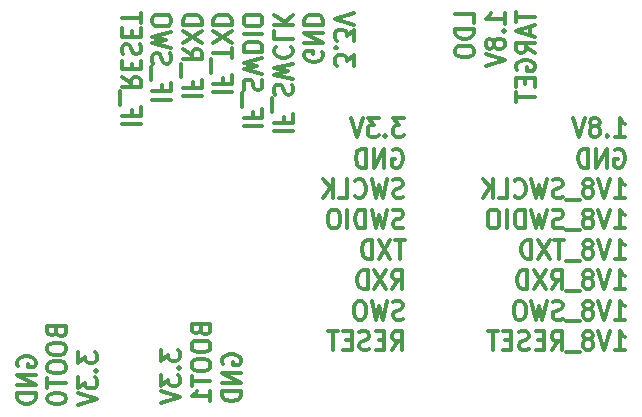
<source format=gbr>
%TF.GenerationSoftware,KiCad,Pcbnew,8.0.4*%
%TF.CreationDate,2024-08-18T22:57:54+08:00*%
%TF.ProjectId,DapLink_STM32F103CBT6,4461704c-696e-46b5-9f53-544d33324631,rev?*%
%TF.SameCoordinates,Original*%
%TF.FileFunction,Legend,Bot*%
%TF.FilePolarity,Positive*%
%FSLAX46Y46*%
G04 Gerber Fmt 4.6, Leading zero omitted, Abs format (unit mm)*
G04 Created by KiCad (PCBNEW 8.0.4) date 2024-08-18 22:57:54*
%MOMM*%
%LPD*%
G01*
G04 APERTURE LIST*
%ADD10C,0.300000*%
G04 APERTURE END LIST*
D10*
X90636770Y-73568796D02*
X90636770Y-72854510D01*
X90636770Y-72854510D02*
X89036770Y-72854510D01*
X90636770Y-74068796D02*
X89036770Y-74068796D01*
X89036770Y-74068796D02*
X89036770Y-74425939D01*
X89036770Y-74425939D02*
X89112960Y-74640225D01*
X89112960Y-74640225D02*
X89265341Y-74783082D01*
X89265341Y-74783082D02*
X89417722Y-74854511D01*
X89417722Y-74854511D02*
X89722484Y-74925939D01*
X89722484Y-74925939D02*
X89951056Y-74925939D01*
X89951056Y-74925939D02*
X90255818Y-74854511D01*
X90255818Y-74854511D02*
X90408199Y-74783082D01*
X90408199Y-74783082D02*
X90560580Y-74640225D01*
X90560580Y-74640225D02*
X90636770Y-74425939D01*
X90636770Y-74425939D02*
X90636770Y-74068796D01*
X89036770Y-75854511D02*
X89036770Y-76140225D01*
X89036770Y-76140225D02*
X89112960Y-76283082D01*
X89112960Y-76283082D02*
X89265341Y-76425939D01*
X89265341Y-76425939D02*
X89570103Y-76497368D01*
X89570103Y-76497368D02*
X90103437Y-76497368D01*
X90103437Y-76497368D02*
X90408199Y-76425939D01*
X90408199Y-76425939D02*
X90560580Y-76283082D01*
X90560580Y-76283082D02*
X90636770Y-76140225D01*
X90636770Y-76140225D02*
X90636770Y-75854511D01*
X90636770Y-75854511D02*
X90560580Y-75711654D01*
X90560580Y-75711654D02*
X90408199Y-75568796D01*
X90408199Y-75568796D02*
X90103437Y-75497368D01*
X90103437Y-75497368D02*
X89570103Y-75497368D01*
X89570103Y-75497368D02*
X89265341Y-75568796D01*
X89265341Y-75568796D02*
X89112960Y-75711654D01*
X89112960Y-75711654D02*
X89036770Y-75854511D01*
X93212680Y-73640225D02*
X93212680Y-72783082D01*
X93212680Y-73211653D02*
X91612680Y-73211653D01*
X91612680Y-73211653D02*
X91841251Y-73068796D01*
X91841251Y-73068796D02*
X91993632Y-72925939D01*
X91993632Y-72925939D02*
X92069823Y-72783082D01*
X93060299Y-74283081D02*
X93136490Y-74354510D01*
X93136490Y-74354510D02*
X93212680Y-74283081D01*
X93212680Y-74283081D02*
X93136490Y-74211653D01*
X93136490Y-74211653D02*
X93060299Y-74283081D01*
X93060299Y-74283081D02*
X93212680Y-74283081D01*
X92298394Y-75211653D02*
X92222204Y-75068796D01*
X92222204Y-75068796D02*
X92146013Y-74997367D01*
X92146013Y-74997367D02*
X91993632Y-74925939D01*
X91993632Y-74925939D02*
X91917442Y-74925939D01*
X91917442Y-74925939D02*
X91765061Y-74997367D01*
X91765061Y-74997367D02*
X91688870Y-75068796D01*
X91688870Y-75068796D02*
X91612680Y-75211653D01*
X91612680Y-75211653D02*
X91612680Y-75497367D01*
X91612680Y-75497367D02*
X91688870Y-75640225D01*
X91688870Y-75640225D02*
X91765061Y-75711653D01*
X91765061Y-75711653D02*
X91917442Y-75783082D01*
X91917442Y-75783082D02*
X91993632Y-75783082D01*
X91993632Y-75783082D02*
X92146013Y-75711653D01*
X92146013Y-75711653D02*
X92222204Y-75640225D01*
X92222204Y-75640225D02*
X92298394Y-75497367D01*
X92298394Y-75497367D02*
X92298394Y-75211653D01*
X92298394Y-75211653D02*
X92374585Y-75068796D01*
X92374585Y-75068796D02*
X92450775Y-74997367D01*
X92450775Y-74997367D02*
X92603156Y-74925939D01*
X92603156Y-74925939D02*
X92907918Y-74925939D01*
X92907918Y-74925939D02*
X93060299Y-74997367D01*
X93060299Y-74997367D02*
X93136490Y-75068796D01*
X93136490Y-75068796D02*
X93212680Y-75211653D01*
X93212680Y-75211653D02*
X93212680Y-75497367D01*
X93212680Y-75497367D02*
X93136490Y-75640225D01*
X93136490Y-75640225D02*
X93060299Y-75711653D01*
X93060299Y-75711653D02*
X92907918Y-75783082D01*
X92907918Y-75783082D02*
X92603156Y-75783082D01*
X92603156Y-75783082D02*
X92450775Y-75711653D01*
X92450775Y-75711653D02*
X92374585Y-75640225D01*
X92374585Y-75640225D02*
X92298394Y-75497367D01*
X91612680Y-76211653D02*
X93212680Y-76711653D01*
X93212680Y-76711653D02*
X91612680Y-77211653D01*
X94188590Y-72640225D02*
X94188590Y-73497368D01*
X95788590Y-73068796D02*
X94188590Y-73068796D01*
X95331447Y-73925939D02*
X95331447Y-74640225D01*
X95788590Y-73783082D02*
X94188590Y-74283082D01*
X94188590Y-74283082D02*
X95788590Y-74783082D01*
X95788590Y-76140224D02*
X95026685Y-75640224D01*
X95788590Y-75283081D02*
X94188590Y-75283081D01*
X94188590Y-75283081D02*
X94188590Y-75854510D01*
X94188590Y-75854510D02*
X94264780Y-75997367D01*
X94264780Y-75997367D02*
X94340971Y-76068796D01*
X94340971Y-76068796D02*
X94493352Y-76140224D01*
X94493352Y-76140224D02*
X94721923Y-76140224D01*
X94721923Y-76140224D02*
X94874304Y-76068796D01*
X94874304Y-76068796D02*
X94950495Y-75997367D01*
X94950495Y-75997367D02*
X95026685Y-75854510D01*
X95026685Y-75854510D02*
X95026685Y-75283081D01*
X94264780Y-77568796D02*
X94188590Y-77425939D01*
X94188590Y-77425939D02*
X94188590Y-77211653D01*
X94188590Y-77211653D02*
X94264780Y-76997367D01*
X94264780Y-76997367D02*
X94417161Y-76854510D01*
X94417161Y-76854510D02*
X94569542Y-76783081D01*
X94569542Y-76783081D02*
X94874304Y-76711653D01*
X94874304Y-76711653D02*
X95102876Y-76711653D01*
X95102876Y-76711653D02*
X95407638Y-76783081D01*
X95407638Y-76783081D02*
X95560019Y-76854510D01*
X95560019Y-76854510D02*
X95712400Y-76997367D01*
X95712400Y-76997367D02*
X95788590Y-77211653D01*
X95788590Y-77211653D02*
X95788590Y-77354510D01*
X95788590Y-77354510D02*
X95712400Y-77568796D01*
X95712400Y-77568796D02*
X95636209Y-77640224D01*
X95636209Y-77640224D02*
X95102876Y-77640224D01*
X95102876Y-77640224D02*
X95102876Y-77354510D01*
X94950495Y-78283081D02*
X94950495Y-78783081D01*
X95788590Y-78997367D02*
X95788590Y-78283081D01*
X95788590Y-78283081D02*
X94188590Y-78283081D01*
X94188590Y-78283081D02*
X94188590Y-78997367D01*
X94188590Y-79425939D02*
X94188590Y-80283082D01*
X95788590Y-79854510D02*
X94188590Y-79854510D01*
X102559774Y-83257220D02*
X103416917Y-83257220D01*
X102988346Y-83257220D02*
X102988346Y-81657220D01*
X102988346Y-81657220D02*
X103131203Y-81885791D01*
X103131203Y-81885791D02*
X103274060Y-82038172D01*
X103274060Y-82038172D02*
X103416917Y-82114363D01*
X101916918Y-83104839D02*
X101845489Y-83181030D01*
X101845489Y-83181030D02*
X101916918Y-83257220D01*
X101916918Y-83257220D02*
X101988346Y-83181030D01*
X101988346Y-83181030D02*
X101916918Y-83104839D01*
X101916918Y-83104839D02*
X101916918Y-83257220D01*
X100988346Y-82342934D02*
X101131203Y-82266744D01*
X101131203Y-82266744D02*
X101202632Y-82190553D01*
X101202632Y-82190553D02*
X101274060Y-82038172D01*
X101274060Y-82038172D02*
X101274060Y-81961982D01*
X101274060Y-81961982D02*
X101202632Y-81809601D01*
X101202632Y-81809601D02*
X101131203Y-81733410D01*
X101131203Y-81733410D02*
X100988346Y-81657220D01*
X100988346Y-81657220D02*
X100702632Y-81657220D01*
X100702632Y-81657220D02*
X100559775Y-81733410D01*
X100559775Y-81733410D02*
X100488346Y-81809601D01*
X100488346Y-81809601D02*
X100416917Y-81961982D01*
X100416917Y-81961982D02*
X100416917Y-82038172D01*
X100416917Y-82038172D02*
X100488346Y-82190553D01*
X100488346Y-82190553D02*
X100559775Y-82266744D01*
X100559775Y-82266744D02*
X100702632Y-82342934D01*
X100702632Y-82342934D02*
X100988346Y-82342934D01*
X100988346Y-82342934D02*
X101131203Y-82419125D01*
X101131203Y-82419125D02*
X101202632Y-82495315D01*
X101202632Y-82495315D02*
X101274060Y-82647696D01*
X101274060Y-82647696D02*
X101274060Y-82952458D01*
X101274060Y-82952458D02*
X101202632Y-83104839D01*
X101202632Y-83104839D02*
X101131203Y-83181030D01*
X101131203Y-83181030D02*
X100988346Y-83257220D01*
X100988346Y-83257220D02*
X100702632Y-83257220D01*
X100702632Y-83257220D02*
X100559775Y-83181030D01*
X100559775Y-83181030D02*
X100488346Y-83104839D01*
X100488346Y-83104839D02*
X100416917Y-82952458D01*
X100416917Y-82952458D02*
X100416917Y-82647696D01*
X100416917Y-82647696D02*
X100488346Y-82495315D01*
X100488346Y-82495315D02*
X100559775Y-82419125D01*
X100559775Y-82419125D02*
X100702632Y-82342934D01*
X99988346Y-81657220D02*
X99488346Y-83257220D01*
X99488346Y-83257220D02*
X98988346Y-81657220D01*
X102559774Y-84309320D02*
X102702632Y-84233130D01*
X102702632Y-84233130D02*
X102916917Y-84233130D01*
X102916917Y-84233130D02*
X103131203Y-84309320D01*
X103131203Y-84309320D02*
X103274060Y-84461701D01*
X103274060Y-84461701D02*
X103345489Y-84614082D01*
X103345489Y-84614082D02*
X103416917Y-84918844D01*
X103416917Y-84918844D02*
X103416917Y-85147416D01*
X103416917Y-85147416D02*
X103345489Y-85452178D01*
X103345489Y-85452178D02*
X103274060Y-85604559D01*
X103274060Y-85604559D02*
X103131203Y-85756940D01*
X103131203Y-85756940D02*
X102916917Y-85833130D01*
X102916917Y-85833130D02*
X102774060Y-85833130D01*
X102774060Y-85833130D02*
X102559774Y-85756940D01*
X102559774Y-85756940D02*
X102488346Y-85680749D01*
X102488346Y-85680749D02*
X102488346Y-85147416D01*
X102488346Y-85147416D02*
X102774060Y-85147416D01*
X101845489Y-85833130D02*
X101845489Y-84233130D01*
X101845489Y-84233130D02*
X100988346Y-85833130D01*
X100988346Y-85833130D02*
X100988346Y-84233130D01*
X100274060Y-85833130D02*
X100274060Y-84233130D01*
X100274060Y-84233130D02*
X99916917Y-84233130D01*
X99916917Y-84233130D02*
X99702631Y-84309320D01*
X99702631Y-84309320D02*
X99559774Y-84461701D01*
X99559774Y-84461701D02*
X99488345Y-84614082D01*
X99488345Y-84614082D02*
X99416917Y-84918844D01*
X99416917Y-84918844D02*
X99416917Y-85147416D01*
X99416917Y-85147416D02*
X99488345Y-85452178D01*
X99488345Y-85452178D02*
X99559774Y-85604559D01*
X99559774Y-85604559D02*
X99702631Y-85756940D01*
X99702631Y-85756940D02*
X99916917Y-85833130D01*
X99916917Y-85833130D02*
X100274060Y-85833130D01*
X102559774Y-88409040D02*
X103416917Y-88409040D01*
X102988346Y-88409040D02*
X102988346Y-86809040D01*
X102988346Y-86809040D02*
X103131203Y-87037611D01*
X103131203Y-87037611D02*
X103274060Y-87189992D01*
X103274060Y-87189992D02*
X103416917Y-87266183D01*
X102131203Y-86809040D02*
X101631203Y-88409040D01*
X101631203Y-88409040D02*
X101131203Y-86809040D01*
X100416918Y-87494754D02*
X100559775Y-87418564D01*
X100559775Y-87418564D02*
X100631204Y-87342373D01*
X100631204Y-87342373D02*
X100702632Y-87189992D01*
X100702632Y-87189992D02*
X100702632Y-87113802D01*
X100702632Y-87113802D02*
X100631204Y-86961421D01*
X100631204Y-86961421D02*
X100559775Y-86885230D01*
X100559775Y-86885230D02*
X100416918Y-86809040D01*
X100416918Y-86809040D02*
X100131204Y-86809040D01*
X100131204Y-86809040D02*
X99988347Y-86885230D01*
X99988347Y-86885230D02*
X99916918Y-86961421D01*
X99916918Y-86961421D02*
X99845489Y-87113802D01*
X99845489Y-87113802D02*
X99845489Y-87189992D01*
X99845489Y-87189992D02*
X99916918Y-87342373D01*
X99916918Y-87342373D02*
X99988347Y-87418564D01*
X99988347Y-87418564D02*
X100131204Y-87494754D01*
X100131204Y-87494754D02*
X100416918Y-87494754D01*
X100416918Y-87494754D02*
X100559775Y-87570945D01*
X100559775Y-87570945D02*
X100631204Y-87647135D01*
X100631204Y-87647135D02*
X100702632Y-87799516D01*
X100702632Y-87799516D02*
X100702632Y-88104278D01*
X100702632Y-88104278D02*
X100631204Y-88256659D01*
X100631204Y-88256659D02*
X100559775Y-88332850D01*
X100559775Y-88332850D02*
X100416918Y-88409040D01*
X100416918Y-88409040D02*
X100131204Y-88409040D01*
X100131204Y-88409040D02*
X99988347Y-88332850D01*
X99988347Y-88332850D02*
X99916918Y-88256659D01*
X99916918Y-88256659D02*
X99845489Y-88104278D01*
X99845489Y-88104278D02*
X99845489Y-87799516D01*
X99845489Y-87799516D02*
X99916918Y-87647135D01*
X99916918Y-87647135D02*
X99988347Y-87570945D01*
X99988347Y-87570945D02*
X100131204Y-87494754D01*
X99559776Y-88561421D02*
X98416918Y-88561421D01*
X98131204Y-88332850D02*
X97916919Y-88409040D01*
X97916919Y-88409040D02*
X97559776Y-88409040D01*
X97559776Y-88409040D02*
X97416919Y-88332850D01*
X97416919Y-88332850D02*
X97345490Y-88256659D01*
X97345490Y-88256659D02*
X97274061Y-88104278D01*
X97274061Y-88104278D02*
X97274061Y-87951897D01*
X97274061Y-87951897D02*
X97345490Y-87799516D01*
X97345490Y-87799516D02*
X97416919Y-87723326D01*
X97416919Y-87723326D02*
X97559776Y-87647135D01*
X97559776Y-87647135D02*
X97845490Y-87570945D01*
X97845490Y-87570945D02*
X97988347Y-87494754D01*
X97988347Y-87494754D02*
X98059776Y-87418564D01*
X98059776Y-87418564D02*
X98131204Y-87266183D01*
X98131204Y-87266183D02*
X98131204Y-87113802D01*
X98131204Y-87113802D02*
X98059776Y-86961421D01*
X98059776Y-86961421D02*
X97988347Y-86885230D01*
X97988347Y-86885230D02*
X97845490Y-86809040D01*
X97845490Y-86809040D02*
X97488347Y-86809040D01*
X97488347Y-86809040D02*
X97274061Y-86885230D01*
X96774062Y-86809040D02*
X96416919Y-88409040D01*
X96416919Y-88409040D02*
X96131205Y-87266183D01*
X96131205Y-87266183D02*
X95845490Y-88409040D01*
X95845490Y-88409040D02*
X95488348Y-86809040D01*
X94059776Y-88256659D02*
X94131204Y-88332850D01*
X94131204Y-88332850D02*
X94345490Y-88409040D01*
X94345490Y-88409040D02*
X94488347Y-88409040D01*
X94488347Y-88409040D02*
X94702633Y-88332850D01*
X94702633Y-88332850D02*
X94845490Y-88180469D01*
X94845490Y-88180469D02*
X94916919Y-88028088D01*
X94916919Y-88028088D02*
X94988347Y-87723326D01*
X94988347Y-87723326D02*
X94988347Y-87494754D01*
X94988347Y-87494754D02*
X94916919Y-87189992D01*
X94916919Y-87189992D02*
X94845490Y-87037611D01*
X94845490Y-87037611D02*
X94702633Y-86885230D01*
X94702633Y-86885230D02*
X94488347Y-86809040D01*
X94488347Y-86809040D02*
X94345490Y-86809040D01*
X94345490Y-86809040D02*
X94131204Y-86885230D01*
X94131204Y-86885230D02*
X94059776Y-86961421D01*
X92702633Y-88409040D02*
X93416919Y-88409040D01*
X93416919Y-88409040D02*
X93416919Y-86809040D01*
X92202633Y-88409040D02*
X92202633Y-86809040D01*
X91345490Y-88409040D02*
X91988347Y-87494754D01*
X91345490Y-86809040D02*
X92202633Y-87723326D01*
X102559774Y-90984950D02*
X103416917Y-90984950D01*
X102988346Y-90984950D02*
X102988346Y-89384950D01*
X102988346Y-89384950D02*
X103131203Y-89613521D01*
X103131203Y-89613521D02*
X103274060Y-89765902D01*
X103274060Y-89765902D02*
X103416917Y-89842093D01*
X102131203Y-89384950D02*
X101631203Y-90984950D01*
X101631203Y-90984950D02*
X101131203Y-89384950D01*
X100416918Y-90070664D02*
X100559775Y-89994474D01*
X100559775Y-89994474D02*
X100631204Y-89918283D01*
X100631204Y-89918283D02*
X100702632Y-89765902D01*
X100702632Y-89765902D02*
X100702632Y-89689712D01*
X100702632Y-89689712D02*
X100631204Y-89537331D01*
X100631204Y-89537331D02*
X100559775Y-89461140D01*
X100559775Y-89461140D02*
X100416918Y-89384950D01*
X100416918Y-89384950D02*
X100131204Y-89384950D01*
X100131204Y-89384950D02*
X99988347Y-89461140D01*
X99988347Y-89461140D02*
X99916918Y-89537331D01*
X99916918Y-89537331D02*
X99845489Y-89689712D01*
X99845489Y-89689712D02*
X99845489Y-89765902D01*
X99845489Y-89765902D02*
X99916918Y-89918283D01*
X99916918Y-89918283D02*
X99988347Y-89994474D01*
X99988347Y-89994474D02*
X100131204Y-90070664D01*
X100131204Y-90070664D02*
X100416918Y-90070664D01*
X100416918Y-90070664D02*
X100559775Y-90146855D01*
X100559775Y-90146855D02*
X100631204Y-90223045D01*
X100631204Y-90223045D02*
X100702632Y-90375426D01*
X100702632Y-90375426D02*
X100702632Y-90680188D01*
X100702632Y-90680188D02*
X100631204Y-90832569D01*
X100631204Y-90832569D02*
X100559775Y-90908760D01*
X100559775Y-90908760D02*
X100416918Y-90984950D01*
X100416918Y-90984950D02*
X100131204Y-90984950D01*
X100131204Y-90984950D02*
X99988347Y-90908760D01*
X99988347Y-90908760D02*
X99916918Y-90832569D01*
X99916918Y-90832569D02*
X99845489Y-90680188D01*
X99845489Y-90680188D02*
X99845489Y-90375426D01*
X99845489Y-90375426D02*
X99916918Y-90223045D01*
X99916918Y-90223045D02*
X99988347Y-90146855D01*
X99988347Y-90146855D02*
X100131204Y-90070664D01*
X99559776Y-91137331D02*
X98416918Y-91137331D01*
X98131204Y-90908760D02*
X97916919Y-90984950D01*
X97916919Y-90984950D02*
X97559776Y-90984950D01*
X97559776Y-90984950D02*
X97416919Y-90908760D01*
X97416919Y-90908760D02*
X97345490Y-90832569D01*
X97345490Y-90832569D02*
X97274061Y-90680188D01*
X97274061Y-90680188D02*
X97274061Y-90527807D01*
X97274061Y-90527807D02*
X97345490Y-90375426D01*
X97345490Y-90375426D02*
X97416919Y-90299236D01*
X97416919Y-90299236D02*
X97559776Y-90223045D01*
X97559776Y-90223045D02*
X97845490Y-90146855D01*
X97845490Y-90146855D02*
X97988347Y-90070664D01*
X97988347Y-90070664D02*
X98059776Y-89994474D01*
X98059776Y-89994474D02*
X98131204Y-89842093D01*
X98131204Y-89842093D02*
X98131204Y-89689712D01*
X98131204Y-89689712D02*
X98059776Y-89537331D01*
X98059776Y-89537331D02*
X97988347Y-89461140D01*
X97988347Y-89461140D02*
X97845490Y-89384950D01*
X97845490Y-89384950D02*
X97488347Y-89384950D01*
X97488347Y-89384950D02*
X97274061Y-89461140D01*
X96774062Y-89384950D02*
X96416919Y-90984950D01*
X96416919Y-90984950D02*
X96131205Y-89842093D01*
X96131205Y-89842093D02*
X95845490Y-90984950D01*
X95845490Y-90984950D02*
X95488348Y-89384950D01*
X94916919Y-90984950D02*
X94916919Y-89384950D01*
X94916919Y-89384950D02*
X94559776Y-89384950D01*
X94559776Y-89384950D02*
X94345490Y-89461140D01*
X94345490Y-89461140D02*
X94202633Y-89613521D01*
X94202633Y-89613521D02*
X94131204Y-89765902D01*
X94131204Y-89765902D02*
X94059776Y-90070664D01*
X94059776Y-90070664D02*
X94059776Y-90299236D01*
X94059776Y-90299236D02*
X94131204Y-90603998D01*
X94131204Y-90603998D02*
X94202633Y-90756379D01*
X94202633Y-90756379D02*
X94345490Y-90908760D01*
X94345490Y-90908760D02*
X94559776Y-90984950D01*
X94559776Y-90984950D02*
X94916919Y-90984950D01*
X93416919Y-90984950D02*
X93416919Y-89384950D01*
X92416918Y-89384950D02*
X92131204Y-89384950D01*
X92131204Y-89384950D02*
X91988347Y-89461140D01*
X91988347Y-89461140D02*
X91845490Y-89613521D01*
X91845490Y-89613521D02*
X91774061Y-89918283D01*
X91774061Y-89918283D02*
X91774061Y-90451617D01*
X91774061Y-90451617D02*
X91845490Y-90756379D01*
X91845490Y-90756379D02*
X91988347Y-90908760D01*
X91988347Y-90908760D02*
X92131204Y-90984950D01*
X92131204Y-90984950D02*
X92416918Y-90984950D01*
X92416918Y-90984950D02*
X92559776Y-90908760D01*
X92559776Y-90908760D02*
X92702633Y-90756379D01*
X92702633Y-90756379D02*
X92774061Y-90451617D01*
X92774061Y-90451617D02*
X92774061Y-89918283D01*
X92774061Y-89918283D02*
X92702633Y-89613521D01*
X92702633Y-89613521D02*
X92559776Y-89461140D01*
X92559776Y-89461140D02*
X92416918Y-89384950D01*
X102559774Y-93560860D02*
X103416917Y-93560860D01*
X102988346Y-93560860D02*
X102988346Y-91960860D01*
X102988346Y-91960860D02*
X103131203Y-92189431D01*
X103131203Y-92189431D02*
X103274060Y-92341812D01*
X103274060Y-92341812D02*
X103416917Y-92418003D01*
X102131203Y-91960860D02*
X101631203Y-93560860D01*
X101631203Y-93560860D02*
X101131203Y-91960860D01*
X100416918Y-92646574D02*
X100559775Y-92570384D01*
X100559775Y-92570384D02*
X100631204Y-92494193D01*
X100631204Y-92494193D02*
X100702632Y-92341812D01*
X100702632Y-92341812D02*
X100702632Y-92265622D01*
X100702632Y-92265622D02*
X100631204Y-92113241D01*
X100631204Y-92113241D02*
X100559775Y-92037050D01*
X100559775Y-92037050D02*
X100416918Y-91960860D01*
X100416918Y-91960860D02*
X100131204Y-91960860D01*
X100131204Y-91960860D02*
X99988347Y-92037050D01*
X99988347Y-92037050D02*
X99916918Y-92113241D01*
X99916918Y-92113241D02*
X99845489Y-92265622D01*
X99845489Y-92265622D02*
X99845489Y-92341812D01*
X99845489Y-92341812D02*
X99916918Y-92494193D01*
X99916918Y-92494193D02*
X99988347Y-92570384D01*
X99988347Y-92570384D02*
X100131204Y-92646574D01*
X100131204Y-92646574D02*
X100416918Y-92646574D01*
X100416918Y-92646574D02*
X100559775Y-92722765D01*
X100559775Y-92722765D02*
X100631204Y-92798955D01*
X100631204Y-92798955D02*
X100702632Y-92951336D01*
X100702632Y-92951336D02*
X100702632Y-93256098D01*
X100702632Y-93256098D02*
X100631204Y-93408479D01*
X100631204Y-93408479D02*
X100559775Y-93484670D01*
X100559775Y-93484670D02*
X100416918Y-93560860D01*
X100416918Y-93560860D02*
X100131204Y-93560860D01*
X100131204Y-93560860D02*
X99988347Y-93484670D01*
X99988347Y-93484670D02*
X99916918Y-93408479D01*
X99916918Y-93408479D02*
X99845489Y-93256098D01*
X99845489Y-93256098D02*
X99845489Y-92951336D01*
X99845489Y-92951336D02*
X99916918Y-92798955D01*
X99916918Y-92798955D02*
X99988347Y-92722765D01*
X99988347Y-92722765D02*
X100131204Y-92646574D01*
X99559776Y-93713241D02*
X98416918Y-93713241D01*
X98274061Y-91960860D02*
X97416919Y-91960860D01*
X97845490Y-93560860D02*
X97845490Y-91960860D01*
X97059776Y-91960860D02*
X96059776Y-93560860D01*
X96059776Y-91960860D02*
X97059776Y-93560860D01*
X95488348Y-93560860D02*
X95488348Y-91960860D01*
X95488348Y-91960860D02*
X95131205Y-91960860D01*
X95131205Y-91960860D02*
X94916919Y-92037050D01*
X94916919Y-92037050D02*
X94774062Y-92189431D01*
X94774062Y-92189431D02*
X94702633Y-92341812D01*
X94702633Y-92341812D02*
X94631205Y-92646574D01*
X94631205Y-92646574D02*
X94631205Y-92875146D01*
X94631205Y-92875146D02*
X94702633Y-93179908D01*
X94702633Y-93179908D02*
X94774062Y-93332289D01*
X94774062Y-93332289D02*
X94916919Y-93484670D01*
X94916919Y-93484670D02*
X95131205Y-93560860D01*
X95131205Y-93560860D02*
X95488348Y-93560860D01*
X102559774Y-96136770D02*
X103416917Y-96136770D01*
X102988346Y-96136770D02*
X102988346Y-94536770D01*
X102988346Y-94536770D02*
X103131203Y-94765341D01*
X103131203Y-94765341D02*
X103274060Y-94917722D01*
X103274060Y-94917722D02*
X103416917Y-94993913D01*
X102131203Y-94536770D02*
X101631203Y-96136770D01*
X101631203Y-96136770D02*
X101131203Y-94536770D01*
X100416918Y-95222484D02*
X100559775Y-95146294D01*
X100559775Y-95146294D02*
X100631204Y-95070103D01*
X100631204Y-95070103D02*
X100702632Y-94917722D01*
X100702632Y-94917722D02*
X100702632Y-94841532D01*
X100702632Y-94841532D02*
X100631204Y-94689151D01*
X100631204Y-94689151D02*
X100559775Y-94612960D01*
X100559775Y-94612960D02*
X100416918Y-94536770D01*
X100416918Y-94536770D02*
X100131204Y-94536770D01*
X100131204Y-94536770D02*
X99988347Y-94612960D01*
X99988347Y-94612960D02*
X99916918Y-94689151D01*
X99916918Y-94689151D02*
X99845489Y-94841532D01*
X99845489Y-94841532D02*
X99845489Y-94917722D01*
X99845489Y-94917722D02*
X99916918Y-95070103D01*
X99916918Y-95070103D02*
X99988347Y-95146294D01*
X99988347Y-95146294D02*
X100131204Y-95222484D01*
X100131204Y-95222484D02*
X100416918Y-95222484D01*
X100416918Y-95222484D02*
X100559775Y-95298675D01*
X100559775Y-95298675D02*
X100631204Y-95374865D01*
X100631204Y-95374865D02*
X100702632Y-95527246D01*
X100702632Y-95527246D02*
X100702632Y-95832008D01*
X100702632Y-95832008D02*
X100631204Y-95984389D01*
X100631204Y-95984389D02*
X100559775Y-96060580D01*
X100559775Y-96060580D02*
X100416918Y-96136770D01*
X100416918Y-96136770D02*
X100131204Y-96136770D01*
X100131204Y-96136770D02*
X99988347Y-96060580D01*
X99988347Y-96060580D02*
X99916918Y-95984389D01*
X99916918Y-95984389D02*
X99845489Y-95832008D01*
X99845489Y-95832008D02*
X99845489Y-95527246D01*
X99845489Y-95527246D02*
X99916918Y-95374865D01*
X99916918Y-95374865D02*
X99988347Y-95298675D01*
X99988347Y-95298675D02*
X100131204Y-95222484D01*
X99559776Y-96289151D02*
X98416918Y-96289151D01*
X97202633Y-96136770D02*
X97702633Y-95374865D01*
X98059776Y-96136770D02*
X98059776Y-94536770D01*
X98059776Y-94536770D02*
X97488347Y-94536770D01*
X97488347Y-94536770D02*
X97345490Y-94612960D01*
X97345490Y-94612960D02*
X97274061Y-94689151D01*
X97274061Y-94689151D02*
X97202633Y-94841532D01*
X97202633Y-94841532D02*
X97202633Y-95070103D01*
X97202633Y-95070103D02*
X97274061Y-95222484D01*
X97274061Y-95222484D02*
X97345490Y-95298675D01*
X97345490Y-95298675D02*
X97488347Y-95374865D01*
X97488347Y-95374865D02*
X98059776Y-95374865D01*
X96702633Y-94536770D02*
X95702633Y-96136770D01*
X95702633Y-94536770D02*
X96702633Y-96136770D01*
X95131205Y-96136770D02*
X95131205Y-94536770D01*
X95131205Y-94536770D02*
X94774062Y-94536770D01*
X94774062Y-94536770D02*
X94559776Y-94612960D01*
X94559776Y-94612960D02*
X94416919Y-94765341D01*
X94416919Y-94765341D02*
X94345490Y-94917722D01*
X94345490Y-94917722D02*
X94274062Y-95222484D01*
X94274062Y-95222484D02*
X94274062Y-95451056D01*
X94274062Y-95451056D02*
X94345490Y-95755818D01*
X94345490Y-95755818D02*
X94416919Y-95908199D01*
X94416919Y-95908199D02*
X94559776Y-96060580D01*
X94559776Y-96060580D02*
X94774062Y-96136770D01*
X94774062Y-96136770D02*
X95131205Y-96136770D01*
X102559774Y-98712680D02*
X103416917Y-98712680D01*
X102988346Y-98712680D02*
X102988346Y-97112680D01*
X102988346Y-97112680D02*
X103131203Y-97341251D01*
X103131203Y-97341251D02*
X103274060Y-97493632D01*
X103274060Y-97493632D02*
X103416917Y-97569823D01*
X102131203Y-97112680D02*
X101631203Y-98712680D01*
X101631203Y-98712680D02*
X101131203Y-97112680D01*
X100416918Y-97798394D02*
X100559775Y-97722204D01*
X100559775Y-97722204D02*
X100631204Y-97646013D01*
X100631204Y-97646013D02*
X100702632Y-97493632D01*
X100702632Y-97493632D02*
X100702632Y-97417442D01*
X100702632Y-97417442D02*
X100631204Y-97265061D01*
X100631204Y-97265061D02*
X100559775Y-97188870D01*
X100559775Y-97188870D02*
X100416918Y-97112680D01*
X100416918Y-97112680D02*
X100131204Y-97112680D01*
X100131204Y-97112680D02*
X99988347Y-97188870D01*
X99988347Y-97188870D02*
X99916918Y-97265061D01*
X99916918Y-97265061D02*
X99845489Y-97417442D01*
X99845489Y-97417442D02*
X99845489Y-97493632D01*
X99845489Y-97493632D02*
X99916918Y-97646013D01*
X99916918Y-97646013D02*
X99988347Y-97722204D01*
X99988347Y-97722204D02*
X100131204Y-97798394D01*
X100131204Y-97798394D02*
X100416918Y-97798394D01*
X100416918Y-97798394D02*
X100559775Y-97874585D01*
X100559775Y-97874585D02*
X100631204Y-97950775D01*
X100631204Y-97950775D02*
X100702632Y-98103156D01*
X100702632Y-98103156D02*
X100702632Y-98407918D01*
X100702632Y-98407918D02*
X100631204Y-98560299D01*
X100631204Y-98560299D02*
X100559775Y-98636490D01*
X100559775Y-98636490D02*
X100416918Y-98712680D01*
X100416918Y-98712680D02*
X100131204Y-98712680D01*
X100131204Y-98712680D02*
X99988347Y-98636490D01*
X99988347Y-98636490D02*
X99916918Y-98560299D01*
X99916918Y-98560299D02*
X99845489Y-98407918D01*
X99845489Y-98407918D02*
X99845489Y-98103156D01*
X99845489Y-98103156D02*
X99916918Y-97950775D01*
X99916918Y-97950775D02*
X99988347Y-97874585D01*
X99988347Y-97874585D02*
X100131204Y-97798394D01*
X99559776Y-98865061D02*
X98416918Y-98865061D01*
X98131204Y-98636490D02*
X97916919Y-98712680D01*
X97916919Y-98712680D02*
X97559776Y-98712680D01*
X97559776Y-98712680D02*
X97416919Y-98636490D01*
X97416919Y-98636490D02*
X97345490Y-98560299D01*
X97345490Y-98560299D02*
X97274061Y-98407918D01*
X97274061Y-98407918D02*
X97274061Y-98255537D01*
X97274061Y-98255537D02*
X97345490Y-98103156D01*
X97345490Y-98103156D02*
X97416919Y-98026966D01*
X97416919Y-98026966D02*
X97559776Y-97950775D01*
X97559776Y-97950775D02*
X97845490Y-97874585D01*
X97845490Y-97874585D02*
X97988347Y-97798394D01*
X97988347Y-97798394D02*
X98059776Y-97722204D01*
X98059776Y-97722204D02*
X98131204Y-97569823D01*
X98131204Y-97569823D02*
X98131204Y-97417442D01*
X98131204Y-97417442D02*
X98059776Y-97265061D01*
X98059776Y-97265061D02*
X97988347Y-97188870D01*
X97988347Y-97188870D02*
X97845490Y-97112680D01*
X97845490Y-97112680D02*
X97488347Y-97112680D01*
X97488347Y-97112680D02*
X97274061Y-97188870D01*
X96774062Y-97112680D02*
X96416919Y-98712680D01*
X96416919Y-98712680D02*
X96131205Y-97569823D01*
X96131205Y-97569823D02*
X95845490Y-98712680D01*
X95845490Y-98712680D02*
X95488348Y-97112680D01*
X94631204Y-97112680D02*
X94345490Y-97112680D01*
X94345490Y-97112680D02*
X94202633Y-97188870D01*
X94202633Y-97188870D02*
X94059776Y-97341251D01*
X94059776Y-97341251D02*
X93988347Y-97646013D01*
X93988347Y-97646013D02*
X93988347Y-98179347D01*
X93988347Y-98179347D02*
X94059776Y-98484109D01*
X94059776Y-98484109D02*
X94202633Y-98636490D01*
X94202633Y-98636490D02*
X94345490Y-98712680D01*
X94345490Y-98712680D02*
X94631204Y-98712680D01*
X94631204Y-98712680D02*
X94774062Y-98636490D01*
X94774062Y-98636490D02*
X94916919Y-98484109D01*
X94916919Y-98484109D02*
X94988347Y-98179347D01*
X94988347Y-98179347D02*
X94988347Y-97646013D01*
X94988347Y-97646013D02*
X94916919Y-97341251D01*
X94916919Y-97341251D02*
X94774062Y-97188870D01*
X94774062Y-97188870D02*
X94631204Y-97112680D01*
X102559774Y-101288590D02*
X103416917Y-101288590D01*
X102988346Y-101288590D02*
X102988346Y-99688590D01*
X102988346Y-99688590D02*
X103131203Y-99917161D01*
X103131203Y-99917161D02*
X103274060Y-100069542D01*
X103274060Y-100069542D02*
X103416917Y-100145733D01*
X102131203Y-99688590D02*
X101631203Y-101288590D01*
X101631203Y-101288590D02*
X101131203Y-99688590D01*
X100416918Y-100374304D02*
X100559775Y-100298114D01*
X100559775Y-100298114D02*
X100631204Y-100221923D01*
X100631204Y-100221923D02*
X100702632Y-100069542D01*
X100702632Y-100069542D02*
X100702632Y-99993352D01*
X100702632Y-99993352D02*
X100631204Y-99840971D01*
X100631204Y-99840971D02*
X100559775Y-99764780D01*
X100559775Y-99764780D02*
X100416918Y-99688590D01*
X100416918Y-99688590D02*
X100131204Y-99688590D01*
X100131204Y-99688590D02*
X99988347Y-99764780D01*
X99988347Y-99764780D02*
X99916918Y-99840971D01*
X99916918Y-99840971D02*
X99845489Y-99993352D01*
X99845489Y-99993352D02*
X99845489Y-100069542D01*
X99845489Y-100069542D02*
X99916918Y-100221923D01*
X99916918Y-100221923D02*
X99988347Y-100298114D01*
X99988347Y-100298114D02*
X100131204Y-100374304D01*
X100131204Y-100374304D02*
X100416918Y-100374304D01*
X100416918Y-100374304D02*
X100559775Y-100450495D01*
X100559775Y-100450495D02*
X100631204Y-100526685D01*
X100631204Y-100526685D02*
X100702632Y-100679066D01*
X100702632Y-100679066D02*
X100702632Y-100983828D01*
X100702632Y-100983828D02*
X100631204Y-101136209D01*
X100631204Y-101136209D02*
X100559775Y-101212400D01*
X100559775Y-101212400D02*
X100416918Y-101288590D01*
X100416918Y-101288590D02*
X100131204Y-101288590D01*
X100131204Y-101288590D02*
X99988347Y-101212400D01*
X99988347Y-101212400D02*
X99916918Y-101136209D01*
X99916918Y-101136209D02*
X99845489Y-100983828D01*
X99845489Y-100983828D02*
X99845489Y-100679066D01*
X99845489Y-100679066D02*
X99916918Y-100526685D01*
X99916918Y-100526685D02*
X99988347Y-100450495D01*
X99988347Y-100450495D02*
X100131204Y-100374304D01*
X99559776Y-101440971D02*
X98416918Y-101440971D01*
X97202633Y-101288590D02*
X97702633Y-100526685D01*
X98059776Y-101288590D02*
X98059776Y-99688590D01*
X98059776Y-99688590D02*
X97488347Y-99688590D01*
X97488347Y-99688590D02*
X97345490Y-99764780D01*
X97345490Y-99764780D02*
X97274061Y-99840971D01*
X97274061Y-99840971D02*
X97202633Y-99993352D01*
X97202633Y-99993352D02*
X97202633Y-100221923D01*
X97202633Y-100221923D02*
X97274061Y-100374304D01*
X97274061Y-100374304D02*
X97345490Y-100450495D01*
X97345490Y-100450495D02*
X97488347Y-100526685D01*
X97488347Y-100526685D02*
X98059776Y-100526685D01*
X96559776Y-100450495D02*
X96059776Y-100450495D01*
X95845490Y-101288590D02*
X96559776Y-101288590D01*
X96559776Y-101288590D02*
X96559776Y-99688590D01*
X96559776Y-99688590D02*
X95845490Y-99688590D01*
X95274061Y-101212400D02*
X95059776Y-101288590D01*
X95059776Y-101288590D02*
X94702633Y-101288590D01*
X94702633Y-101288590D02*
X94559776Y-101212400D01*
X94559776Y-101212400D02*
X94488347Y-101136209D01*
X94488347Y-101136209D02*
X94416918Y-100983828D01*
X94416918Y-100983828D02*
X94416918Y-100831447D01*
X94416918Y-100831447D02*
X94488347Y-100679066D01*
X94488347Y-100679066D02*
X94559776Y-100602876D01*
X94559776Y-100602876D02*
X94702633Y-100526685D01*
X94702633Y-100526685D02*
X94988347Y-100450495D01*
X94988347Y-100450495D02*
X95131204Y-100374304D01*
X95131204Y-100374304D02*
X95202633Y-100298114D01*
X95202633Y-100298114D02*
X95274061Y-100145733D01*
X95274061Y-100145733D02*
X95274061Y-99993352D01*
X95274061Y-99993352D02*
X95202633Y-99840971D01*
X95202633Y-99840971D02*
X95131204Y-99764780D01*
X95131204Y-99764780D02*
X94988347Y-99688590D01*
X94988347Y-99688590D02*
X94631204Y-99688590D01*
X94631204Y-99688590D02*
X94416918Y-99764780D01*
X93774062Y-100450495D02*
X93274062Y-100450495D01*
X93059776Y-101288590D02*
X93774062Y-101288590D01*
X93774062Y-101288590D02*
X93774062Y-99688590D01*
X93774062Y-99688590D02*
X93059776Y-99688590D01*
X92631204Y-99688590D02*
X91774062Y-99688590D01*
X92202633Y-101288590D02*
X92202633Y-99688590D01*
X84688346Y-81657220D02*
X83759774Y-81657220D01*
X83759774Y-81657220D02*
X84259774Y-82266744D01*
X84259774Y-82266744D02*
X84045489Y-82266744D01*
X84045489Y-82266744D02*
X83902632Y-82342934D01*
X83902632Y-82342934D02*
X83831203Y-82419125D01*
X83831203Y-82419125D02*
X83759774Y-82571506D01*
X83759774Y-82571506D02*
X83759774Y-82952458D01*
X83759774Y-82952458D02*
X83831203Y-83104839D01*
X83831203Y-83104839D02*
X83902632Y-83181030D01*
X83902632Y-83181030D02*
X84045489Y-83257220D01*
X84045489Y-83257220D02*
X84474060Y-83257220D01*
X84474060Y-83257220D02*
X84616917Y-83181030D01*
X84616917Y-83181030D02*
X84688346Y-83104839D01*
X83116918Y-83104839D02*
X83045489Y-83181030D01*
X83045489Y-83181030D02*
X83116918Y-83257220D01*
X83116918Y-83257220D02*
X83188346Y-83181030D01*
X83188346Y-83181030D02*
X83116918Y-83104839D01*
X83116918Y-83104839D02*
X83116918Y-83257220D01*
X82545489Y-81657220D02*
X81616917Y-81657220D01*
X81616917Y-81657220D02*
X82116917Y-82266744D01*
X82116917Y-82266744D02*
X81902632Y-82266744D01*
X81902632Y-82266744D02*
X81759775Y-82342934D01*
X81759775Y-82342934D02*
X81688346Y-82419125D01*
X81688346Y-82419125D02*
X81616917Y-82571506D01*
X81616917Y-82571506D02*
X81616917Y-82952458D01*
X81616917Y-82952458D02*
X81688346Y-83104839D01*
X81688346Y-83104839D02*
X81759775Y-83181030D01*
X81759775Y-83181030D02*
X81902632Y-83257220D01*
X81902632Y-83257220D02*
X82331203Y-83257220D01*
X82331203Y-83257220D02*
X82474060Y-83181030D01*
X82474060Y-83181030D02*
X82545489Y-83104839D01*
X81188346Y-81657220D02*
X80688346Y-83257220D01*
X80688346Y-83257220D02*
X80188346Y-81657220D01*
X83759774Y-84309320D02*
X83902632Y-84233130D01*
X83902632Y-84233130D02*
X84116917Y-84233130D01*
X84116917Y-84233130D02*
X84331203Y-84309320D01*
X84331203Y-84309320D02*
X84474060Y-84461701D01*
X84474060Y-84461701D02*
X84545489Y-84614082D01*
X84545489Y-84614082D02*
X84616917Y-84918844D01*
X84616917Y-84918844D02*
X84616917Y-85147416D01*
X84616917Y-85147416D02*
X84545489Y-85452178D01*
X84545489Y-85452178D02*
X84474060Y-85604559D01*
X84474060Y-85604559D02*
X84331203Y-85756940D01*
X84331203Y-85756940D02*
X84116917Y-85833130D01*
X84116917Y-85833130D02*
X83974060Y-85833130D01*
X83974060Y-85833130D02*
X83759774Y-85756940D01*
X83759774Y-85756940D02*
X83688346Y-85680749D01*
X83688346Y-85680749D02*
X83688346Y-85147416D01*
X83688346Y-85147416D02*
X83974060Y-85147416D01*
X83045489Y-85833130D02*
X83045489Y-84233130D01*
X83045489Y-84233130D02*
X82188346Y-85833130D01*
X82188346Y-85833130D02*
X82188346Y-84233130D01*
X81474060Y-85833130D02*
X81474060Y-84233130D01*
X81474060Y-84233130D02*
X81116917Y-84233130D01*
X81116917Y-84233130D02*
X80902631Y-84309320D01*
X80902631Y-84309320D02*
X80759774Y-84461701D01*
X80759774Y-84461701D02*
X80688345Y-84614082D01*
X80688345Y-84614082D02*
X80616917Y-84918844D01*
X80616917Y-84918844D02*
X80616917Y-85147416D01*
X80616917Y-85147416D02*
X80688345Y-85452178D01*
X80688345Y-85452178D02*
X80759774Y-85604559D01*
X80759774Y-85604559D02*
X80902631Y-85756940D01*
X80902631Y-85756940D02*
X81116917Y-85833130D01*
X81116917Y-85833130D02*
X81474060Y-85833130D01*
X84616917Y-88332850D02*
X84402632Y-88409040D01*
X84402632Y-88409040D02*
X84045489Y-88409040D01*
X84045489Y-88409040D02*
X83902632Y-88332850D01*
X83902632Y-88332850D02*
X83831203Y-88256659D01*
X83831203Y-88256659D02*
X83759774Y-88104278D01*
X83759774Y-88104278D02*
X83759774Y-87951897D01*
X83759774Y-87951897D02*
X83831203Y-87799516D01*
X83831203Y-87799516D02*
X83902632Y-87723326D01*
X83902632Y-87723326D02*
X84045489Y-87647135D01*
X84045489Y-87647135D02*
X84331203Y-87570945D01*
X84331203Y-87570945D02*
X84474060Y-87494754D01*
X84474060Y-87494754D02*
X84545489Y-87418564D01*
X84545489Y-87418564D02*
X84616917Y-87266183D01*
X84616917Y-87266183D02*
X84616917Y-87113802D01*
X84616917Y-87113802D02*
X84545489Y-86961421D01*
X84545489Y-86961421D02*
X84474060Y-86885230D01*
X84474060Y-86885230D02*
X84331203Y-86809040D01*
X84331203Y-86809040D02*
X83974060Y-86809040D01*
X83974060Y-86809040D02*
X83759774Y-86885230D01*
X83259775Y-86809040D02*
X82902632Y-88409040D01*
X82902632Y-88409040D02*
X82616918Y-87266183D01*
X82616918Y-87266183D02*
X82331203Y-88409040D01*
X82331203Y-88409040D02*
X81974061Y-86809040D01*
X80545489Y-88256659D02*
X80616917Y-88332850D01*
X80616917Y-88332850D02*
X80831203Y-88409040D01*
X80831203Y-88409040D02*
X80974060Y-88409040D01*
X80974060Y-88409040D02*
X81188346Y-88332850D01*
X81188346Y-88332850D02*
X81331203Y-88180469D01*
X81331203Y-88180469D02*
X81402632Y-88028088D01*
X81402632Y-88028088D02*
X81474060Y-87723326D01*
X81474060Y-87723326D02*
X81474060Y-87494754D01*
X81474060Y-87494754D02*
X81402632Y-87189992D01*
X81402632Y-87189992D02*
X81331203Y-87037611D01*
X81331203Y-87037611D02*
X81188346Y-86885230D01*
X81188346Y-86885230D02*
X80974060Y-86809040D01*
X80974060Y-86809040D02*
X80831203Y-86809040D01*
X80831203Y-86809040D02*
X80616917Y-86885230D01*
X80616917Y-86885230D02*
X80545489Y-86961421D01*
X79188346Y-88409040D02*
X79902632Y-88409040D01*
X79902632Y-88409040D02*
X79902632Y-86809040D01*
X78688346Y-88409040D02*
X78688346Y-86809040D01*
X77831203Y-88409040D02*
X78474060Y-87494754D01*
X77831203Y-86809040D02*
X78688346Y-87723326D01*
X84616917Y-90908760D02*
X84402632Y-90984950D01*
X84402632Y-90984950D02*
X84045489Y-90984950D01*
X84045489Y-90984950D02*
X83902632Y-90908760D01*
X83902632Y-90908760D02*
X83831203Y-90832569D01*
X83831203Y-90832569D02*
X83759774Y-90680188D01*
X83759774Y-90680188D02*
X83759774Y-90527807D01*
X83759774Y-90527807D02*
X83831203Y-90375426D01*
X83831203Y-90375426D02*
X83902632Y-90299236D01*
X83902632Y-90299236D02*
X84045489Y-90223045D01*
X84045489Y-90223045D02*
X84331203Y-90146855D01*
X84331203Y-90146855D02*
X84474060Y-90070664D01*
X84474060Y-90070664D02*
X84545489Y-89994474D01*
X84545489Y-89994474D02*
X84616917Y-89842093D01*
X84616917Y-89842093D02*
X84616917Y-89689712D01*
X84616917Y-89689712D02*
X84545489Y-89537331D01*
X84545489Y-89537331D02*
X84474060Y-89461140D01*
X84474060Y-89461140D02*
X84331203Y-89384950D01*
X84331203Y-89384950D02*
X83974060Y-89384950D01*
X83974060Y-89384950D02*
X83759774Y-89461140D01*
X83259775Y-89384950D02*
X82902632Y-90984950D01*
X82902632Y-90984950D02*
X82616918Y-89842093D01*
X82616918Y-89842093D02*
X82331203Y-90984950D01*
X82331203Y-90984950D02*
X81974061Y-89384950D01*
X81402632Y-90984950D02*
X81402632Y-89384950D01*
X81402632Y-89384950D02*
X81045489Y-89384950D01*
X81045489Y-89384950D02*
X80831203Y-89461140D01*
X80831203Y-89461140D02*
X80688346Y-89613521D01*
X80688346Y-89613521D02*
X80616917Y-89765902D01*
X80616917Y-89765902D02*
X80545489Y-90070664D01*
X80545489Y-90070664D02*
X80545489Y-90299236D01*
X80545489Y-90299236D02*
X80616917Y-90603998D01*
X80616917Y-90603998D02*
X80688346Y-90756379D01*
X80688346Y-90756379D02*
X80831203Y-90908760D01*
X80831203Y-90908760D02*
X81045489Y-90984950D01*
X81045489Y-90984950D02*
X81402632Y-90984950D01*
X79902632Y-90984950D02*
X79902632Y-89384950D01*
X78902631Y-89384950D02*
X78616917Y-89384950D01*
X78616917Y-89384950D02*
X78474060Y-89461140D01*
X78474060Y-89461140D02*
X78331203Y-89613521D01*
X78331203Y-89613521D02*
X78259774Y-89918283D01*
X78259774Y-89918283D02*
X78259774Y-90451617D01*
X78259774Y-90451617D02*
X78331203Y-90756379D01*
X78331203Y-90756379D02*
X78474060Y-90908760D01*
X78474060Y-90908760D02*
X78616917Y-90984950D01*
X78616917Y-90984950D02*
X78902631Y-90984950D01*
X78902631Y-90984950D02*
X79045489Y-90908760D01*
X79045489Y-90908760D02*
X79188346Y-90756379D01*
X79188346Y-90756379D02*
X79259774Y-90451617D01*
X79259774Y-90451617D02*
X79259774Y-89918283D01*
X79259774Y-89918283D02*
X79188346Y-89613521D01*
X79188346Y-89613521D02*
X79045489Y-89461140D01*
X79045489Y-89461140D02*
X78902631Y-89384950D01*
X84759774Y-91960860D02*
X83902632Y-91960860D01*
X84331203Y-93560860D02*
X84331203Y-91960860D01*
X83545489Y-91960860D02*
X82545489Y-93560860D01*
X82545489Y-91960860D02*
X83545489Y-93560860D01*
X81974061Y-93560860D02*
X81974061Y-91960860D01*
X81974061Y-91960860D02*
X81616918Y-91960860D01*
X81616918Y-91960860D02*
X81402632Y-92037050D01*
X81402632Y-92037050D02*
X81259775Y-92189431D01*
X81259775Y-92189431D02*
X81188346Y-92341812D01*
X81188346Y-92341812D02*
X81116918Y-92646574D01*
X81116918Y-92646574D02*
X81116918Y-92875146D01*
X81116918Y-92875146D02*
X81188346Y-93179908D01*
X81188346Y-93179908D02*
X81259775Y-93332289D01*
X81259775Y-93332289D02*
X81402632Y-93484670D01*
X81402632Y-93484670D02*
X81616918Y-93560860D01*
X81616918Y-93560860D02*
X81974061Y-93560860D01*
X83688346Y-96136770D02*
X84188346Y-95374865D01*
X84545489Y-96136770D02*
X84545489Y-94536770D01*
X84545489Y-94536770D02*
X83974060Y-94536770D01*
X83974060Y-94536770D02*
X83831203Y-94612960D01*
X83831203Y-94612960D02*
X83759774Y-94689151D01*
X83759774Y-94689151D02*
X83688346Y-94841532D01*
X83688346Y-94841532D02*
X83688346Y-95070103D01*
X83688346Y-95070103D02*
X83759774Y-95222484D01*
X83759774Y-95222484D02*
X83831203Y-95298675D01*
X83831203Y-95298675D02*
X83974060Y-95374865D01*
X83974060Y-95374865D02*
X84545489Y-95374865D01*
X83188346Y-94536770D02*
X82188346Y-96136770D01*
X82188346Y-94536770D02*
X83188346Y-96136770D01*
X81616918Y-96136770D02*
X81616918Y-94536770D01*
X81616918Y-94536770D02*
X81259775Y-94536770D01*
X81259775Y-94536770D02*
X81045489Y-94612960D01*
X81045489Y-94612960D02*
X80902632Y-94765341D01*
X80902632Y-94765341D02*
X80831203Y-94917722D01*
X80831203Y-94917722D02*
X80759775Y-95222484D01*
X80759775Y-95222484D02*
X80759775Y-95451056D01*
X80759775Y-95451056D02*
X80831203Y-95755818D01*
X80831203Y-95755818D02*
X80902632Y-95908199D01*
X80902632Y-95908199D02*
X81045489Y-96060580D01*
X81045489Y-96060580D02*
X81259775Y-96136770D01*
X81259775Y-96136770D02*
X81616918Y-96136770D01*
X84616917Y-98636490D02*
X84402632Y-98712680D01*
X84402632Y-98712680D02*
X84045489Y-98712680D01*
X84045489Y-98712680D02*
X83902632Y-98636490D01*
X83902632Y-98636490D02*
X83831203Y-98560299D01*
X83831203Y-98560299D02*
X83759774Y-98407918D01*
X83759774Y-98407918D02*
X83759774Y-98255537D01*
X83759774Y-98255537D02*
X83831203Y-98103156D01*
X83831203Y-98103156D02*
X83902632Y-98026966D01*
X83902632Y-98026966D02*
X84045489Y-97950775D01*
X84045489Y-97950775D02*
X84331203Y-97874585D01*
X84331203Y-97874585D02*
X84474060Y-97798394D01*
X84474060Y-97798394D02*
X84545489Y-97722204D01*
X84545489Y-97722204D02*
X84616917Y-97569823D01*
X84616917Y-97569823D02*
X84616917Y-97417442D01*
X84616917Y-97417442D02*
X84545489Y-97265061D01*
X84545489Y-97265061D02*
X84474060Y-97188870D01*
X84474060Y-97188870D02*
X84331203Y-97112680D01*
X84331203Y-97112680D02*
X83974060Y-97112680D01*
X83974060Y-97112680D02*
X83759774Y-97188870D01*
X83259775Y-97112680D02*
X82902632Y-98712680D01*
X82902632Y-98712680D02*
X82616918Y-97569823D01*
X82616918Y-97569823D02*
X82331203Y-98712680D01*
X82331203Y-98712680D02*
X81974061Y-97112680D01*
X81116917Y-97112680D02*
X80831203Y-97112680D01*
X80831203Y-97112680D02*
X80688346Y-97188870D01*
X80688346Y-97188870D02*
X80545489Y-97341251D01*
X80545489Y-97341251D02*
X80474060Y-97646013D01*
X80474060Y-97646013D02*
X80474060Y-98179347D01*
X80474060Y-98179347D02*
X80545489Y-98484109D01*
X80545489Y-98484109D02*
X80688346Y-98636490D01*
X80688346Y-98636490D02*
X80831203Y-98712680D01*
X80831203Y-98712680D02*
X81116917Y-98712680D01*
X81116917Y-98712680D02*
X81259775Y-98636490D01*
X81259775Y-98636490D02*
X81402632Y-98484109D01*
X81402632Y-98484109D02*
X81474060Y-98179347D01*
X81474060Y-98179347D02*
X81474060Y-97646013D01*
X81474060Y-97646013D02*
X81402632Y-97341251D01*
X81402632Y-97341251D02*
X81259775Y-97188870D01*
X81259775Y-97188870D02*
X81116917Y-97112680D01*
X83688346Y-101288590D02*
X84188346Y-100526685D01*
X84545489Y-101288590D02*
X84545489Y-99688590D01*
X84545489Y-99688590D02*
X83974060Y-99688590D01*
X83974060Y-99688590D02*
X83831203Y-99764780D01*
X83831203Y-99764780D02*
X83759774Y-99840971D01*
X83759774Y-99840971D02*
X83688346Y-99993352D01*
X83688346Y-99993352D02*
X83688346Y-100221923D01*
X83688346Y-100221923D02*
X83759774Y-100374304D01*
X83759774Y-100374304D02*
X83831203Y-100450495D01*
X83831203Y-100450495D02*
X83974060Y-100526685D01*
X83974060Y-100526685D02*
X84545489Y-100526685D01*
X83045489Y-100450495D02*
X82545489Y-100450495D01*
X82331203Y-101288590D02*
X83045489Y-101288590D01*
X83045489Y-101288590D02*
X83045489Y-99688590D01*
X83045489Y-99688590D02*
X82331203Y-99688590D01*
X81759774Y-101212400D02*
X81545489Y-101288590D01*
X81545489Y-101288590D02*
X81188346Y-101288590D01*
X81188346Y-101288590D02*
X81045489Y-101212400D01*
X81045489Y-101212400D02*
X80974060Y-101136209D01*
X80974060Y-101136209D02*
X80902631Y-100983828D01*
X80902631Y-100983828D02*
X80902631Y-100831447D01*
X80902631Y-100831447D02*
X80974060Y-100679066D01*
X80974060Y-100679066D02*
X81045489Y-100602876D01*
X81045489Y-100602876D02*
X81188346Y-100526685D01*
X81188346Y-100526685D02*
X81474060Y-100450495D01*
X81474060Y-100450495D02*
X81616917Y-100374304D01*
X81616917Y-100374304D02*
X81688346Y-100298114D01*
X81688346Y-100298114D02*
X81759774Y-100145733D01*
X81759774Y-100145733D02*
X81759774Y-99993352D01*
X81759774Y-99993352D02*
X81688346Y-99840971D01*
X81688346Y-99840971D02*
X81616917Y-99764780D01*
X81616917Y-99764780D02*
X81474060Y-99688590D01*
X81474060Y-99688590D02*
X81116917Y-99688590D01*
X81116917Y-99688590D02*
X80902631Y-99764780D01*
X80259775Y-100450495D02*
X79759775Y-100450495D01*
X79545489Y-101288590D02*
X80259775Y-101288590D01*
X80259775Y-101288590D02*
X80259775Y-99688590D01*
X80259775Y-99688590D02*
X79545489Y-99688590D01*
X79116917Y-99688590D02*
X78259775Y-99688590D01*
X78688346Y-101288590D02*
X78688346Y-99688590D01*
X80442779Y-77240224D02*
X80442779Y-76311652D01*
X80442779Y-76311652D02*
X79833255Y-76811652D01*
X79833255Y-76811652D02*
X79833255Y-76597367D01*
X79833255Y-76597367D02*
X79757065Y-76454510D01*
X79757065Y-76454510D02*
X79680874Y-76383081D01*
X79680874Y-76383081D02*
X79528493Y-76311652D01*
X79528493Y-76311652D02*
X79147541Y-76311652D01*
X79147541Y-76311652D02*
X78995160Y-76383081D01*
X78995160Y-76383081D02*
X78918970Y-76454510D01*
X78918970Y-76454510D02*
X78842779Y-76597367D01*
X78842779Y-76597367D02*
X78842779Y-77025938D01*
X78842779Y-77025938D02*
X78918970Y-77168795D01*
X78918970Y-77168795D02*
X78995160Y-77240224D01*
X78995160Y-75668796D02*
X78918970Y-75597367D01*
X78918970Y-75597367D02*
X78842779Y-75668796D01*
X78842779Y-75668796D02*
X78918970Y-75740224D01*
X78918970Y-75740224D02*
X78995160Y-75668796D01*
X78995160Y-75668796D02*
X78842779Y-75668796D01*
X80442779Y-75097367D02*
X80442779Y-74168795D01*
X80442779Y-74168795D02*
X79833255Y-74668795D01*
X79833255Y-74668795D02*
X79833255Y-74454510D01*
X79833255Y-74454510D02*
X79757065Y-74311653D01*
X79757065Y-74311653D02*
X79680874Y-74240224D01*
X79680874Y-74240224D02*
X79528493Y-74168795D01*
X79528493Y-74168795D02*
X79147541Y-74168795D01*
X79147541Y-74168795D02*
X78995160Y-74240224D01*
X78995160Y-74240224D02*
X78918970Y-74311653D01*
X78918970Y-74311653D02*
X78842779Y-74454510D01*
X78842779Y-74454510D02*
X78842779Y-74883081D01*
X78842779Y-74883081D02*
X78918970Y-75025938D01*
X78918970Y-75025938D02*
X78995160Y-75097367D01*
X80442779Y-73740224D02*
X78842779Y-73240224D01*
X78842779Y-73240224D02*
X80442779Y-72740224D01*
X77790679Y-76025939D02*
X77866869Y-76168797D01*
X77866869Y-76168797D02*
X77866869Y-76383082D01*
X77866869Y-76383082D02*
X77790679Y-76597368D01*
X77790679Y-76597368D02*
X77638298Y-76740225D01*
X77638298Y-76740225D02*
X77485917Y-76811654D01*
X77485917Y-76811654D02*
X77181155Y-76883082D01*
X77181155Y-76883082D02*
X76952583Y-76883082D01*
X76952583Y-76883082D02*
X76647821Y-76811654D01*
X76647821Y-76811654D02*
X76495440Y-76740225D01*
X76495440Y-76740225D02*
X76343060Y-76597368D01*
X76343060Y-76597368D02*
X76266869Y-76383082D01*
X76266869Y-76383082D02*
X76266869Y-76240225D01*
X76266869Y-76240225D02*
X76343060Y-76025939D01*
X76343060Y-76025939D02*
X76419250Y-75954511D01*
X76419250Y-75954511D02*
X76952583Y-75954511D01*
X76952583Y-75954511D02*
X76952583Y-76240225D01*
X76266869Y-75311654D02*
X77866869Y-75311654D01*
X77866869Y-75311654D02*
X76266869Y-74454511D01*
X76266869Y-74454511D02*
X77866869Y-74454511D01*
X76266869Y-73740225D02*
X77866869Y-73740225D01*
X77866869Y-73740225D02*
X77866869Y-73383082D01*
X77866869Y-73383082D02*
X77790679Y-73168796D01*
X77790679Y-73168796D02*
X77638298Y-73025939D01*
X77638298Y-73025939D02*
X77485917Y-72954510D01*
X77485917Y-72954510D02*
X77181155Y-72883082D01*
X77181155Y-72883082D02*
X76952583Y-72883082D01*
X76952583Y-72883082D02*
X76647821Y-72954510D01*
X76647821Y-72954510D02*
X76495440Y-73025939D01*
X76495440Y-73025939D02*
X76343060Y-73168796D01*
X76343060Y-73168796D02*
X76266869Y-73383082D01*
X76266869Y-73383082D02*
X76266869Y-73740225D01*
X73690959Y-82740225D02*
X75290959Y-82740225D01*
X74529054Y-81525939D02*
X74529054Y-82025939D01*
X73690959Y-82025939D02*
X75290959Y-82025939D01*
X75290959Y-82025939D02*
X75290959Y-81311653D01*
X73538578Y-81097368D02*
X73538578Y-79954510D01*
X73767150Y-79668796D02*
X73690959Y-79454511D01*
X73690959Y-79454511D02*
X73690959Y-79097368D01*
X73690959Y-79097368D02*
X73767150Y-78954511D01*
X73767150Y-78954511D02*
X73843340Y-78883082D01*
X73843340Y-78883082D02*
X73995721Y-78811653D01*
X73995721Y-78811653D02*
X74148102Y-78811653D01*
X74148102Y-78811653D02*
X74300483Y-78883082D01*
X74300483Y-78883082D02*
X74376673Y-78954511D01*
X74376673Y-78954511D02*
X74452864Y-79097368D01*
X74452864Y-79097368D02*
X74529054Y-79383082D01*
X74529054Y-79383082D02*
X74605245Y-79525939D01*
X74605245Y-79525939D02*
X74681435Y-79597368D01*
X74681435Y-79597368D02*
X74833816Y-79668796D01*
X74833816Y-79668796D02*
X74986197Y-79668796D01*
X74986197Y-79668796D02*
X75138578Y-79597368D01*
X75138578Y-79597368D02*
X75214769Y-79525939D01*
X75214769Y-79525939D02*
X75290959Y-79383082D01*
X75290959Y-79383082D02*
X75290959Y-79025939D01*
X75290959Y-79025939D02*
X75214769Y-78811653D01*
X75290959Y-78311654D02*
X73690959Y-77954511D01*
X73690959Y-77954511D02*
X74833816Y-77668797D01*
X74833816Y-77668797D02*
X73690959Y-77383082D01*
X73690959Y-77383082D02*
X75290959Y-77025940D01*
X73843340Y-75597368D02*
X73767150Y-75668796D01*
X73767150Y-75668796D02*
X73690959Y-75883082D01*
X73690959Y-75883082D02*
X73690959Y-76025939D01*
X73690959Y-76025939D02*
X73767150Y-76240225D01*
X73767150Y-76240225D02*
X73919530Y-76383082D01*
X73919530Y-76383082D02*
X74071911Y-76454511D01*
X74071911Y-76454511D02*
X74376673Y-76525939D01*
X74376673Y-76525939D02*
X74605245Y-76525939D01*
X74605245Y-76525939D02*
X74910007Y-76454511D01*
X74910007Y-76454511D02*
X75062388Y-76383082D01*
X75062388Y-76383082D02*
X75214769Y-76240225D01*
X75214769Y-76240225D02*
X75290959Y-76025939D01*
X75290959Y-76025939D02*
X75290959Y-75883082D01*
X75290959Y-75883082D02*
X75214769Y-75668796D01*
X75214769Y-75668796D02*
X75138578Y-75597368D01*
X73690959Y-74240225D02*
X73690959Y-74954511D01*
X73690959Y-74954511D02*
X75290959Y-74954511D01*
X73690959Y-73740225D02*
X75290959Y-73740225D01*
X73690959Y-72883082D02*
X74605245Y-73525939D01*
X75290959Y-72883082D02*
X74376673Y-73740225D01*
X71115049Y-82311654D02*
X72715049Y-82311654D01*
X71953144Y-81097368D02*
X71953144Y-81597368D01*
X71115049Y-81597368D02*
X72715049Y-81597368D01*
X72715049Y-81597368D02*
X72715049Y-80883082D01*
X70962668Y-80668797D02*
X70962668Y-79525939D01*
X71191240Y-79240225D02*
X71115049Y-79025940D01*
X71115049Y-79025940D02*
X71115049Y-78668797D01*
X71115049Y-78668797D02*
X71191240Y-78525940D01*
X71191240Y-78525940D02*
X71267430Y-78454511D01*
X71267430Y-78454511D02*
X71419811Y-78383082D01*
X71419811Y-78383082D02*
X71572192Y-78383082D01*
X71572192Y-78383082D02*
X71724573Y-78454511D01*
X71724573Y-78454511D02*
X71800763Y-78525940D01*
X71800763Y-78525940D02*
X71876954Y-78668797D01*
X71876954Y-78668797D02*
X71953144Y-78954511D01*
X71953144Y-78954511D02*
X72029335Y-79097368D01*
X72029335Y-79097368D02*
X72105525Y-79168797D01*
X72105525Y-79168797D02*
X72257906Y-79240225D01*
X72257906Y-79240225D02*
X72410287Y-79240225D01*
X72410287Y-79240225D02*
X72562668Y-79168797D01*
X72562668Y-79168797D02*
X72638859Y-79097368D01*
X72638859Y-79097368D02*
X72715049Y-78954511D01*
X72715049Y-78954511D02*
X72715049Y-78597368D01*
X72715049Y-78597368D02*
X72638859Y-78383082D01*
X72715049Y-77883083D02*
X71115049Y-77525940D01*
X71115049Y-77525940D02*
X72257906Y-77240226D01*
X72257906Y-77240226D02*
X71115049Y-76954511D01*
X71115049Y-76954511D02*
X72715049Y-76597369D01*
X71115049Y-76025940D02*
X72715049Y-76025940D01*
X72715049Y-76025940D02*
X72715049Y-75668797D01*
X72715049Y-75668797D02*
X72638859Y-75454511D01*
X72638859Y-75454511D02*
X72486478Y-75311654D01*
X72486478Y-75311654D02*
X72334097Y-75240225D01*
X72334097Y-75240225D02*
X72029335Y-75168797D01*
X72029335Y-75168797D02*
X71800763Y-75168797D01*
X71800763Y-75168797D02*
X71496001Y-75240225D01*
X71496001Y-75240225D02*
X71343620Y-75311654D01*
X71343620Y-75311654D02*
X71191240Y-75454511D01*
X71191240Y-75454511D02*
X71115049Y-75668797D01*
X71115049Y-75668797D02*
X71115049Y-76025940D01*
X71115049Y-74525940D02*
X72715049Y-74525940D01*
X72715049Y-73525939D02*
X72715049Y-73240225D01*
X72715049Y-73240225D02*
X72638859Y-73097368D01*
X72638859Y-73097368D02*
X72486478Y-72954511D01*
X72486478Y-72954511D02*
X72181716Y-72883082D01*
X72181716Y-72883082D02*
X71648382Y-72883082D01*
X71648382Y-72883082D02*
X71343620Y-72954511D01*
X71343620Y-72954511D02*
X71191240Y-73097368D01*
X71191240Y-73097368D02*
X71115049Y-73240225D01*
X71115049Y-73240225D02*
X71115049Y-73525939D01*
X71115049Y-73525939D02*
X71191240Y-73668797D01*
X71191240Y-73668797D02*
X71343620Y-73811654D01*
X71343620Y-73811654D02*
X71648382Y-73883082D01*
X71648382Y-73883082D02*
X72181716Y-73883082D01*
X72181716Y-73883082D02*
X72486478Y-73811654D01*
X72486478Y-73811654D02*
X72638859Y-73668797D01*
X72638859Y-73668797D02*
X72715049Y-73525939D01*
X68539139Y-79454510D02*
X70139139Y-79454510D01*
X69377234Y-78240224D02*
X69377234Y-78740224D01*
X68539139Y-78740224D02*
X70139139Y-78740224D01*
X70139139Y-78740224D02*
X70139139Y-78025938D01*
X68386758Y-77811653D02*
X68386758Y-76668795D01*
X70139139Y-76525938D02*
X70139139Y-75668796D01*
X68539139Y-76097367D02*
X70139139Y-76097367D01*
X70139139Y-75311653D02*
X68539139Y-74311653D01*
X70139139Y-74311653D02*
X68539139Y-75311653D01*
X68539139Y-73740225D02*
X70139139Y-73740225D01*
X70139139Y-73740225D02*
X70139139Y-73383082D01*
X70139139Y-73383082D02*
X70062949Y-73168796D01*
X70062949Y-73168796D02*
X69910568Y-73025939D01*
X69910568Y-73025939D02*
X69758187Y-72954510D01*
X69758187Y-72954510D02*
X69453425Y-72883082D01*
X69453425Y-72883082D02*
X69224853Y-72883082D01*
X69224853Y-72883082D02*
X68920091Y-72954510D01*
X68920091Y-72954510D02*
X68767710Y-73025939D01*
X68767710Y-73025939D02*
X68615330Y-73168796D01*
X68615330Y-73168796D02*
X68539139Y-73383082D01*
X68539139Y-73383082D02*
X68539139Y-73740225D01*
X65963229Y-79811653D02*
X67563229Y-79811653D01*
X66801324Y-78597367D02*
X66801324Y-79097367D01*
X65963229Y-79097367D02*
X67563229Y-79097367D01*
X67563229Y-79097367D02*
X67563229Y-78383081D01*
X65810848Y-78168796D02*
X65810848Y-77025938D01*
X65963229Y-75811653D02*
X66725134Y-76311653D01*
X65963229Y-76668796D02*
X67563229Y-76668796D01*
X67563229Y-76668796D02*
X67563229Y-76097367D01*
X67563229Y-76097367D02*
X67487039Y-75954510D01*
X67487039Y-75954510D02*
X67410848Y-75883081D01*
X67410848Y-75883081D02*
X67258467Y-75811653D01*
X67258467Y-75811653D02*
X67029896Y-75811653D01*
X67029896Y-75811653D02*
X66877515Y-75883081D01*
X66877515Y-75883081D02*
X66801324Y-75954510D01*
X66801324Y-75954510D02*
X66725134Y-76097367D01*
X66725134Y-76097367D02*
X66725134Y-76668796D01*
X67563229Y-75311653D02*
X65963229Y-74311653D01*
X67563229Y-74311653D02*
X65963229Y-75311653D01*
X65963229Y-73740225D02*
X67563229Y-73740225D01*
X67563229Y-73740225D02*
X67563229Y-73383082D01*
X67563229Y-73383082D02*
X67487039Y-73168796D01*
X67487039Y-73168796D02*
X67334658Y-73025939D01*
X67334658Y-73025939D02*
X67182277Y-72954510D01*
X67182277Y-72954510D02*
X66877515Y-72883082D01*
X66877515Y-72883082D02*
X66648943Y-72883082D01*
X66648943Y-72883082D02*
X66344181Y-72954510D01*
X66344181Y-72954510D02*
X66191800Y-73025939D01*
X66191800Y-73025939D02*
X66039420Y-73168796D01*
X66039420Y-73168796D02*
X65963229Y-73383082D01*
X65963229Y-73383082D02*
X65963229Y-73740225D01*
X63387319Y-80097368D02*
X64987319Y-80097368D01*
X64225414Y-78883082D02*
X64225414Y-79383082D01*
X63387319Y-79383082D02*
X64987319Y-79383082D01*
X64987319Y-79383082D02*
X64987319Y-78668796D01*
X63234938Y-78454511D02*
X63234938Y-77311653D01*
X63463510Y-77025939D02*
X63387319Y-76811654D01*
X63387319Y-76811654D02*
X63387319Y-76454511D01*
X63387319Y-76454511D02*
X63463510Y-76311654D01*
X63463510Y-76311654D02*
X63539700Y-76240225D01*
X63539700Y-76240225D02*
X63692081Y-76168796D01*
X63692081Y-76168796D02*
X63844462Y-76168796D01*
X63844462Y-76168796D02*
X63996843Y-76240225D01*
X63996843Y-76240225D02*
X64073033Y-76311654D01*
X64073033Y-76311654D02*
X64149224Y-76454511D01*
X64149224Y-76454511D02*
X64225414Y-76740225D01*
X64225414Y-76740225D02*
X64301605Y-76883082D01*
X64301605Y-76883082D02*
X64377795Y-76954511D01*
X64377795Y-76954511D02*
X64530176Y-77025939D01*
X64530176Y-77025939D02*
X64682557Y-77025939D01*
X64682557Y-77025939D02*
X64834938Y-76954511D01*
X64834938Y-76954511D02*
X64911129Y-76883082D01*
X64911129Y-76883082D02*
X64987319Y-76740225D01*
X64987319Y-76740225D02*
X64987319Y-76383082D01*
X64987319Y-76383082D02*
X64911129Y-76168796D01*
X64987319Y-75668797D02*
X63387319Y-75311654D01*
X63387319Y-75311654D02*
X64530176Y-75025940D01*
X64530176Y-75025940D02*
X63387319Y-74740225D01*
X63387319Y-74740225D02*
X64987319Y-74383083D01*
X64987319Y-73525939D02*
X64987319Y-73240225D01*
X64987319Y-73240225D02*
X64911129Y-73097368D01*
X64911129Y-73097368D02*
X64758748Y-72954511D01*
X64758748Y-72954511D02*
X64453986Y-72883082D01*
X64453986Y-72883082D02*
X63920652Y-72883082D01*
X63920652Y-72883082D02*
X63615890Y-72954511D01*
X63615890Y-72954511D02*
X63463510Y-73097368D01*
X63463510Y-73097368D02*
X63387319Y-73240225D01*
X63387319Y-73240225D02*
X63387319Y-73525939D01*
X63387319Y-73525939D02*
X63463510Y-73668797D01*
X63463510Y-73668797D02*
X63615890Y-73811654D01*
X63615890Y-73811654D02*
X63920652Y-73883082D01*
X63920652Y-73883082D02*
X64453986Y-73883082D01*
X64453986Y-73883082D02*
X64758748Y-73811654D01*
X64758748Y-73811654D02*
X64911129Y-73668797D01*
X64911129Y-73668797D02*
X64987319Y-73525939D01*
X60811409Y-82168796D02*
X62411409Y-82168796D01*
X61649504Y-80954510D02*
X61649504Y-81454510D01*
X60811409Y-81454510D02*
X62411409Y-81454510D01*
X62411409Y-81454510D02*
X62411409Y-80740224D01*
X60659028Y-80525939D02*
X60659028Y-79383081D01*
X60811409Y-78168796D02*
X61573314Y-78668796D01*
X60811409Y-79025939D02*
X62411409Y-79025939D01*
X62411409Y-79025939D02*
X62411409Y-78454510D01*
X62411409Y-78454510D02*
X62335219Y-78311653D01*
X62335219Y-78311653D02*
X62259028Y-78240224D01*
X62259028Y-78240224D02*
X62106647Y-78168796D01*
X62106647Y-78168796D02*
X61878076Y-78168796D01*
X61878076Y-78168796D02*
X61725695Y-78240224D01*
X61725695Y-78240224D02*
X61649504Y-78311653D01*
X61649504Y-78311653D02*
X61573314Y-78454510D01*
X61573314Y-78454510D02*
X61573314Y-79025939D01*
X61649504Y-77525939D02*
X61649504Y-77025939D01*
X60811409Y-76811653D02*
X60811409Y-77525939D01*
X60811409Y-77525939D02*
X62411409Y-77525939D01*
X62411409Y-77525939D02*
X62411409Y-76811653D01*
X60887600Y-76240224D02*
X60811409Y-76025939D01*
X60811409Y-76025939D02*
X60811409Y-75668796D01*
X60811409Y-75668796D02*
X60887600Y-75525939D01*
X60887600Y-75525939D02*
X60963790Y-75454510D01*
X60963790Y-75454510D02*
X61116171Y-75383081D01*
X61116171Y-75383081D02*
X61268552Y-75383081D01*
X61268552Y-75383081D02*
X61420933Y-75454510D01*
X61420933Y-75454510D02*
X61497123Y-75525939D01*
X61497123Y-75525939D02*
X61573314Y-75668796D01*
X61573314Y-75668796D02*
X61649504Y-75954510D01*
X61649504Y-75954510D02*
X61725695Y-76097367D01*
X61725695Y-76097367D02*
X61801885Y-76168796D01*
X61801885Y-76168796D02*
X61954266Y-76240224D01*
X61954266Y-76240224D02*
X62106647Y-76240224D01*
X62106647Y-76240224D02*
X62259028Y-76168796D01*
X62259028Y-76168796D02*
X62335219Y-76097367D01*
X62335219Y-76097367D02*
X62411409Y-75954510D01*
X62411409Y-75954510D02*
X62411409Y-75597367D01*
X62411409Y-75597367D02*
X62335219Y-75383081D01*
X61649504Y-74740225D02*
X61649504Y-74240225D01*
X60811409Y-74025939D02*
X60811409Y-74740225D01*
X60811409Y-74740225D02*
X62411409Y-74740225D01*
X62411409Y-74740225D02*
X62411409Y-74025939D01*
X62411409Y-73597367D02*
X62411409Y-72740225D01*
X60811409Y-73168796D02*
X62411409Y-73168796D01*
X64136770Y-101259775D02*
X64136770Y-102188347D01*
X64136770Y-102188347D02*
X64746294Y-101688347D01*
X64746294Y-101688347D02*
X64746294Y-101902632D01*
X64746294Y-101902632D02*
X64822484Y-102045490D01*
X64822484Y-102045490D02*
X64898675Y-102116918D01*
X64898675Y-102116918D02*
X65051056Y-102188347D01*
X65051056Y-102188347D02*
X65432008Y-102188347D01*
X65432008Y-102188347D02*
X65584389Y-102116918D01*
X65584389Y-102116918D02*
X65660580Y-102045490D01*
X65660580Y-102045490D02*
X65736770Y-101902632D01*
X65736770Y-101902632D02*
X65736770Y-101474061D01*
X65736770Y-101474061D02*
X65660580Y-101331204D01*
X65660580Y-101331204D02*
X65584389Y-101259775D01*
X65584389Y-102831203D02*
X65660580Y-102902632D01*
X65660580Y-102902632D02*
X65736770Y-102831203D01*
X65736770Y-102831203D02*
X65660580Y-102759775D01*
X65660580Y-102759775D02*
X65584389Y-102831203D01*
X65584389Y-102831203D02*
X65736770Y-102831203D01*
X64136770Y-103402632D02*
X64136770Y-104331204D01*
X64136770Y-104331204D02*
X64746294Y-103831204D01*
X64746294Y-103831204D02*
X64746294Y-104045489D01*
X64746294Y-104045489D02*
X64822484Y-104188347D01*
X64822484Y-104188347D02*
X64898675Y-104259775D01*
X64898675Y-104259775D02*
X65051056Y-104331204D01*
X65051056Y-104331204D02*
X65432008Y-104331204D01*
X65432008Y-104331204D02*
X65584389Y-104259775D01*
X65584389Y-104259775D02*
X65660580Y-104188347D01*
X65660580Y-104188347D02*
X65736770Y-104045489D01*
X65736770Y-104045489D02*
X65736770Y-103616918D01*
X65736770Y-103616918D02*
X65660580Y-103474061D01*
X65660580Y-103474061D02*
X65584389Y-103402632D01*
X64136770Y-104759775D02*
X65736770Y-105259775D01*
X65736770Y-105259775D02*
X64136770Y-105759775D01*
X67474585Y-99545488D02*
X67550775Y-99759774D01*
X67550775Y-99759774D02*
X67626966Y-99831203D01*
X67626966Y-99831203D02*
X67779347Y-99902631D01*
X67779347Y-99902631D02*
X68007918Y-99902631D01*
X68007918Y-99902631D02*
X68160299Y-99831203D01*
X68160299Y-99831203D02*
X68236490Y-99759774D01*
X68236490Y-99759774D02*
X68312680Y-99616917D01*
X68312680Y-99616917D02*
X68312680Y-99045488D01*
X68312680Y-99045488D02*
X66712680Y-99045488D01*
X66712680Y-99045488D02*
X66712680Y-99545488D01*
X66712680Y-99545488D02*
X66788870Y-99688346D01*
X66788870Y-99688346D02*
X66865061Y-99759774D01*
X66865061Y-99759774D02*
X67017442Y-99831203D01*
X67017442Y-99831203D02*
X67169823Y-99831203D01*
X67169823Y-99831203D02*
X67322204Y-99759774D01*
X67322204Y-99759774D02*
X67398394Y-99688346D01*
X67398394Y-99688346D02*
X67474585Y-99545488D01*
X67474585Y-99545488D02*
X67474585Y-99045488D01*
X66712680Y-100831203D02*
X66712680Y-101116917D01*
X66712680Y-101116917D02*
X66788870Y-101259774D01*
X66788870Y-101259774D02*
X66941251Y-101402631D01*
X66941251Y-101402631D02*
X67246013Y-101474060D01*
X67246013Y-101474060D02*
X67779347Y-101474060D01*
X67779347Y-101474060D02*
X68084109Y-101402631D01*
X68084109Y-101402631D02*
X68236490Y-101259774D01*
X68236490Y-101259774D02*
X68312680Y-101116917D01*
X68312680Y-101116917D02*
X68312680Y-100831203D01*
X68312680Y-100831203D02*
X68236490Y-100688346D01*
X68236490Y-100688346D02*
X68084109Y-100545488D01*
X68084109Y-100545488D02*
X67779347Y-100474060D01*
X67779347Y-100474060D02*
X67246013Y-100474060D01*
X67246013Y-100474060D02*
X66941251Y-100545488D01*
X66941251Y-100545488D02*
X66788870Y-100688346D01*
X66788870Y-100688346D02*
X66712680Y-100831203D01*
X66712680Y-102402632D02*
X66712680Y-102688346D01*
X66712680Y-102688346D02*
X66788870Y-102831203D01*
X66788870Y-102831203D02*
X66941251Y-102974060D01*
X66941251Y-102974060D02*
X67246013Y-103045489D01*
X67246013Y-103045489D02*
X67779347Y-103045489D01*
X67779347Y-103045489D02*
X68084109Y-102974060D01*
X68084109Y-102974060D02*
X68236490Y-102831203D01*
X68236490Y-102831203D02*
X68312680Y-102688346D01*
X68312680Y-102688346D02*
X68312680Y-102402632D01*
X68312680Y-102402632D02*
X68236490Y-102259775D01*
X68236490Y-102259775D02*
X68084109Y-102116917D01*
X68084109Y-102116917D02*
X67779347Y-102045489D01*
X67779347Y-102045489D02*
X67246013Y-102045489D01*
X67246013Y-102045489D02*
X66941251Y-102116917D01*
X66941251Y-102116917D02*
X66788870Y-102259775D01*
X66788870Y-102259775D02*
X66712680Y-102402632D01*
X66712680Y-103474061D02*
X66712680Y-104331204D01*
X68312680Y-103902632D02*
X66712680Y-103902632D01*
X68312680Y-105616918D02*
X68312680Y-104759775D01*
X68312680Y-105188346D02*
X66712680Y-105188346D01*
X66712680Y-105188346D02*
X66941251Y-105045489D01*
X66941251Y-105045489D02*
X67093632Y-104902632D01*
X67093632Y-104902632D02*
X67169823Y-104759775D01*
X69364780Y-102474060D02*
X69288590Y-102331203D01*
X69288590Y-102331203D02*
X69288590Y-102116917D01*
X69288590Y-102116917D02*
X69364780Y-101902631D01*
X69364780Y-101902631D02*
X69517161Y-101759774D01*
X69517161Y-101759774D02*
X69669542Y-101688345D01*
X69669542Y-101688345D02*
X69974304Y-101616917D01*
X69974304Y-101616917D02*
X70202876Y-101616917D01*
X70202876Y-101616917D02*
X70507638Y-101688345D01*
X70507638Y-101688345D02*
X70660019Y-101759774D01*
X70660019Y-101759774D02*
X70812400Y-101902631D01*
X70812400Y-101902631D02*
X70888590Y-102116917D01*
X70888590Y-102116917D02*
X70888590Y-102259774D01*
X70888590Y-102259774D02*
X70812400Y-102474060D01*
X70812400Y-102474060D02*
X70736209Y-102545488D01*
X70736209Y-102545488D02*
X70202876Y-102545488D01*
X70202876Y-102545488D02*
X70202876Y-102259774D01*
X70888590Y-103188345D02*
X69288590Y-103188345D01*
X69288590Y-103188345D02*
X70888590Y-104045488D01*
X70888590Y-104045488D02*
X69288590Y-104045488D01*
X70888590Y-104759774D02*
X69288590Y-104759774D01*
X69288590Y-104759774D02*
X69288590Y-105116917D01*
X69288590Y-105116917D02*
X69364780Y-105331203D01*
X69364780Y-105331203D02*
X69517161Y-105474060D01*
X69517161Y-105474060D02*
X69669542Y-105545489D01*
X69669542Y-105545489D02*
X69974304Y-105616917D01*
X69974304Y-105616917D02*
X70202876Y-105616917D01*
X70202876Y-105616917D02*
X70507638Y-105545489D01*
X70507638Y-105545489D02*
X70660019Y-105474060D01*
X70660019Y-105474060D02*
X70812400Y-105331203D01*
X70812400Y-105331203D02*
X70888590Y-105116917D01*
X70888590Y-105116917D02*
X70888590Y-104759774D01*
X52012960Y-102674060D02*
X51936770Y-102531203D01*
X51936770Y-102531203D02*
X51936770Y-102316917D01*
X51936770Y-102316917D02*
X52012960Y-102102631D01*
X52012960Y-102102631D02*
X52165341Y-101959774D01*
X52165341Y-101959774D02*
X52317722Y-101888345D01*
X52317722Y-101888345D02*
X52622484Y-101816917D01*
X52622484Y-101816917D02*
X52851056Y-101816917D01*
X52851056Y-101816917D02*
X53155818Y-101888345D01*
X53155818Y-101888345D02*
X53308199Y-101959774D01*
X53308199Y-101959774D02*
X53460580Y-102102631D01*
X53460580Y-102102631D02*
X53536770Y-102316917D01*
X53536770Y-102316917D02*
X53536770Y-102459774D01*
X53536770Y-102459774D02*
X53460580Y-102674060D01*
X53460580Y-102674060D02*
X53384389Y-102745488D01*
X53384389Y-102745488D02*
X52851056Y-102745488D01*
X52851056Y-102745488D02*
X52851056Y-102459774D01*
X53536770Y-103388345D02*
X51936770Y-103388345D01*
X51936770Y-103388345D02*
X53536770Y-104245488D01*
X53536770Y-104245488D02*
X51936770Y-104245488D01*
X53536770Y-104959774D02*
X51936770Y-104959774D01*
X51936770Y-104959774D02*
X51936770Y-105316917D01*
X51936770Y-105316917D02*
X52012960Y-105531203D01*
X52012960Y-105531203D02*
X52165341Y-105674060D01*
X52165341Y-105674060D02*
X52317722Y-105745489D01*
X52317722Y-105745489D02*
X52622484Y-105816917D01*
X52622484Y-105816917D02*
X52851056Y-105816917D01*
X52851056Y-105816917D02*
X53155818Y-105745489D01*
X53155818Y-105745489D02*
X53308199Y-105674060D01*
X53308199Y-105674060D02*
X53460580Y-105531203D01*
X53460580Y-105531203D02*
X53536770Y-105316917D01*
X53536770Y-105316917D02*
X53536770Y-104959774D01*
X55274585Y-99745488D02*
X55350775Y-99959774D01*
X55350775Y-99959774D02*
X55426966Y-100031203D01*
X55426966Y-100031203D02*
X55579347Y-100102631D01*
X55579347Y-100102631D02*
X55807918Y-100102631D01*
X55807918Y-100102631D02*
X55960299Y-100031203D01*
X55960299Y-100031203D02*
X56036490Y-99959774D01*
X56036490Y-99959774D02*
X56112680Y-99816917D01*
X56112680Y-99816917D02*
X56112680Y-99245488D01*
X56112680Y-99245488D02*
X54512680Y-99245488D01*
X54512680Y-99245488D02*
X54512680Y-99745488D01*
X54512680Y-99745488D02*
X54588870Y-99888346D01*
X54588870Y-99888346D02*
X54665061Y-99959774D01*
X54665061Y-99959774D02*
X54817442Y-100031203D01*
X54817442Y-100031203D02*
X54969823Y-100031203D01*
X54969823Y-100031203D02*
X55122204Y-99959774D01*
X55122204Y-99959774D02*
X55198394Y-99888346D01*
X55198394Y-99888346D02*
X55274585Y-99745488D01*
X55274585Y-99745488D02*
X55274585Y-99245488D01*
X54512680Y-101031203D02*
X54512680Y-101316917D01*
X54512680Y-101316917D02*
X54588870Y-101459774D01*
X54588870Y-101459774D02*
X54741251Y-101602631D01*
X54741251Y-101602631D02*
X55046013Y-101674060D01*
X55046013Y-101674060D02*
X55579347Y-101674060D01*
X55579347Y-101674060D02*
X55884109Y-101602631D01*
X55884109Y-101602631D02*
X56036490Y-101459774D01*
X56036490Y-101459774D02*
X56112680Y-101316917D01*
X56112680Y-101316917D02*
X56112680Y-101031203D01*
X56112680Y-101031203D02*
X56036490Y-100888346D01*
X56036490Y-100888346D02*
X55884109Y-100745488D01*
X55884109Y-100745488D02*
X55579347Y-100674060D01*
X55579347Y-100674060D02*
X55046013Y-100674060D01*
X55046013Y-100674060D02*
X54741251Y-100745488D01*
X54741251Y-100745488D02*
X54588870Y-100888346D01*
X54588870Y-100888346D02*
X54512680Y-101031203D01*
X54512680Y-102602632D02*
X54512680Y-102888346D01*
X54512680Y-102888346D02*
X54588870Y-103031203D01*
X54588870Y-103031203D02*
X54741251Y-103174060D01*
X54741251Y-103174060D02*
X55046013Y-103245489D01*
X55046013Y-103245489D02*
X55579347Y-103245489D01*
X55579347Y-103245489D02*
X55884109Y-103174060D01*
X55884109Y-103174060D02*
X56036490Y-103031203D01*
X56036490Y-103031203D02*
X56112680Y-102888346D01*
X56112680Y-102888346D02*
X56112680Y-102602632D01*
X56112680Y-102602632D02*
X56036490Y-102459775D01*
X56036490Y-102459775D02*
X55884109Y-102316917D01*
X55884109Y-102316917D02*
X55579347Y-102245489D01*
X55579347Y-102245489D02*
X55046013Y-102245489D01*
X55046013Y-102245489D02*
X54741251Y-102316917D01*
X54741251Y-102316917D02*
X54588870Y-102459775D01*
X54588870Y-102459775D02*
X54512680Y-102602632D01*
X54512680Y-103674061D02*
X54512680Y-104531204D01*
X56112680Y-104102632D02*
X54512680Y-104102632D01*
X54512680Y-105316918D02*
X54512680Y-105459775D01*
X54512680Y-105459775D02*
X54588870Y-105602632D01*
X54588870Y-105602632D02*
X54665061Y-105674061D01*
X54665061Y-105674061D02*
X54817442Y-105745489D01*
X54817442Y-105745489D02*
X55122204Y-105816918D01*
X55122204Y-105816918D02*
X55503156Y-105816918D01*
X55503156Y-105816918D02*
X55807918Y-105745489D01*
X55807918Y-105745489D02*
X55960299Y-105674061D01*
X55960299Y-105674061D02*
X56036490Y-105602632D01*
X56036490Y-105602632D02*
X56112680Y-105459775D01*
X56112680Y-105459775D02*
X56112680Y-105316918D01*
X56112680Y-105316918D02*
X56036490Y-105174061D01*
X56036490Y-105174061D02*
X55960299Y-105102632D01*
X55960299Y-105102632D02*
X55807918Y-105031203D01*
X55807918Y-105031203D02*
X55503156Y-104959775D01*
X55503156Y-104959775D02*
X55122204Y-104959775D01*
X55122204Y-104959775D02*
X54817442Y-105031203D01*
X54817442Y-105031203D02*
X54665061Y-105102632D01*
X54665061Y-105102632D02*
X54588870Y-105174061D01*
X54588870Y-105174061D02*
X54512680Y-105316918D01*
X57088590Y-101459775D02*
X57088590Y-102388347D01*
X57088590Y-102388347D02*
X57698114Y-101888347D01*
X57698114Y-101888347D02*
X57698114Y-102102632D01*
X57698114Y-102102632D02*
X57774304Y-102245490D01*
X57774304Y-102245490D02*
X57850495Y-102316918D01*
X57850495Y-102316918D02*
X58002876Y-102388347D01*
X58002876Y-102388347D02*
X58383828Y-102388347D01*
X58383828Y-102388347D02*
X58536209Y-102316918D01*
X58536209Y-102316918D02*
X58612400Y-102245490D01*
X58612400Y-102245490D02*
X58688590Y-102102632D01*
X58688590Y-102102632D02*
X58688590Y-101674061D01*
X58688590Y-101674061D02*
X58612400Y-101531204D01*
X58612400Y-101531204D02*
X58536209Y-101459775D01*
X58536209Y-103031203D02*
X58612400Y-103102632D01*
X58612400Y-103102632D02*
X58688590Y-103031203D01*
X58688590Y-103031203D02*
X58612400Y-102959775D01*
X58612400Y-102959775D02*
X58536209Y-103031203D01*
X58536209Y-103031203D02*
X58688590Y-103031203D01*
X57088590Y-103602632D02*
X57088590Y-104531204D01*
X57088590Y-104531204D02*
X57698114Y-104031204D01*
X57698114Y-104031204D02*
X57698114Y-104245489D01*
X57698114Y-104245489D02*
X57774304Y-104388347D01*
X57774304Y-104388347D02*
X57850495Y-104459775D01*
X57850495Y-104459775D02*
X58002876Y-104531204D01*
X58002876Y-104531204D02*
X58383828Y-104531204D01*
X58383828Y-104531204D02*
X58536209Y-104459775D01*
X58536209Y-104459775D02*
X58612400Y-104388347D01*
X58612400Y-104388347D02*
X58688590Y-104245489D01*
X58688590Y-104245489D02*
X58688590Y-103816918D01*
X58688590Y-103816918D02*
X58612400Y-103674061D01*
X58612400Y-103674061D02*
X58536209Y-103602632D01*
X57088590Y-104959775D02*
X58688590Y-105459775D01*
X58688590Y-105459775D02*
X57088590Y-105959775D01*
M02*

</source>
